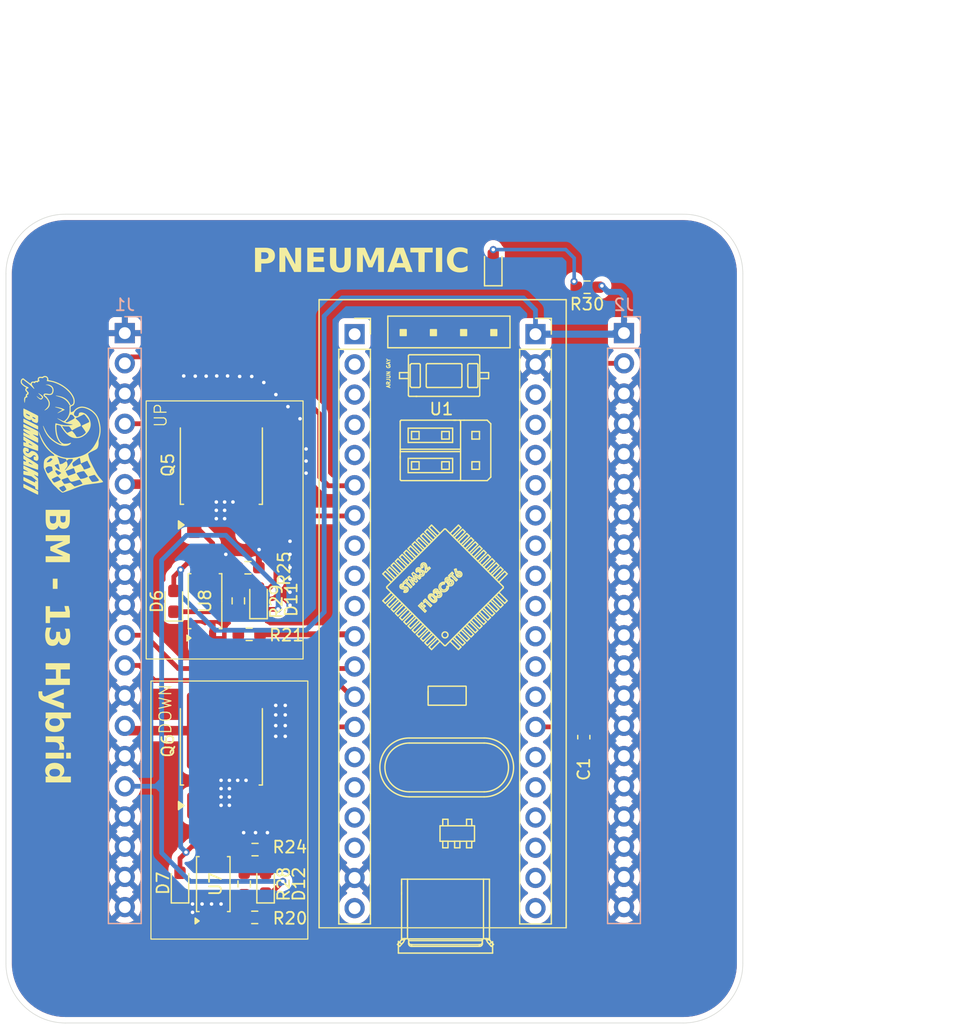
<source format=kicad_pcb>
(kicad_pcb (version 20241229) (generator "pcbnew") (generator_version "9.0")
  (layers (0 "F.Cu" signal) (2 "B.Cu" signal) (13 "F.Paste" user) (15 "B.Paste" user) (5 "F.SilkS" user "F.Silkscreen") (7 "B.SilkS" user "B.Silkscreen") (1 "F.Mask" user) (3 "B.Mask" user) (25 "Edge.Cuts" user))
  (net 0 "")
  (net 1 "Net-(D6-K)")
  (net 2 "Net-(D7-K)")
  (net 3 "+12V")
  (net 4 "/Pneumatic_UP")
  (net 5 "/Pneumatic_DOWN")
  (net 6 "Net-(D8-A)")
  (net 7 "Net-(Q5-G)")
  (net 8 "GND")
  (net 9 "Net-(Q6-G)")
  (net 10 "/DOWNSHIFT")
  (net 11 "Net-(R20-Pad2)")
  (net 12 "/UPSHIFT")
  (net 13 "Net-(R21-Pad2)")
  (net 14 "/TX")
  (net 15 "/UP")
  (net 16 "+5V")
  (net 17 "/Down")
  (net 18 "/RX")
  (net 48 "GPOS")
  (footprint "Resistor_SMD:R_0603_1608Metric_Pad0.98x0.95mm_HandSolder" (layer "F.Cu") (at 134.898163 65.139683 180)
    (property "Reference" "R30" (at 0 -1.43 0) (layer "F.SilkS"))
    (property "Value" "1K")
    (pad "1" smd roundrect (at -0.9125 0 180) (size 0.975 0.95) (layers "F.Cu" "F.Mask" "F.Paste") (net 16 "+5V"))
    (pad "2" smd roundrect (at 0.9125 0 180) (size 0.975 0.95) (layers "F.Cu" "F.Mask" "F.Paste") (net 6 "Net-(D8-A)"))
  )
  (footprint "Resistor_SMD:R_0603_1608Metric_Pad0.98x0.95mm_HandSolder" (layer "F.Cu") (at 106.9325 118.125 180)
    (property "Reference" "R20" (at -2.966965 -0.081249 0) (layer "F.SilkS"))
    (property "Value" "330")
    (pad "1" smd roundrect (at -0.9125 0 180) (size 0.975 0.95) (layers "F.Cu" "F.Mask" "F.Paste") (net 10 "/DOWNSHIFT"))
    (pad "2" smd roundrect (at 0.9125 0 180) (size 0.975 0.95) (layers "F.Cu" "F.Mask" "F.Paste") (net 11 "Net-(R20-Pad2)"))
  )
  (footprint "Capacitor_SMD:C_0603_1608Metric_Pad1.08x0.95mm_HandSolder" (layer "F.Cu") (at 134.62 102.9705 90)
    (property "Reference" "C1" (at -2.6935 0 90) (layer "F.SilkS"))
    (property "Value" "0.1uF")
    (pad "1" smd roundrect (at -0.8625 0 90) (size 1.075 0.95) (layers "F.Cu" "F.Mask" "F.Paste") (net 8 "GND"))
    (pad "2" smd roundrect (at 0.8625 0 90) (size 1.075 0.95) (layers "F.Cu" "F.Mask" "F.Paste") (net 48 "GPOS"))
  )
  (footprint "0_blackpill_f411ceu6:Blackpill PLT" (layer "F.Cu") (at 115.65 70.104)
    (property "Reference" "U1" (at 6.989961 5.282596 0) (layer "F.SilkS"))
    (property "Value" "~" (hide yes))
    (pad "1" thru_hole rect (at 14.906 -1.016) (size 1.7 1.7) (drill 1) (layers "*.Cu" "*.Mask") (net 16 "+5V"))
    (pad "2" thru_hole circle (at -0.314 47.244) (size 1.7 1.7) (drill 1) (layers "*.Cu" "*.Mask"))
    (pad "3" thru_hole circle (at -0.314 42.164) (size 1.7 1.7) (drill 1) (layers "*.Cu" "*.Mask"))
    (pad "4" thru_hole circle (at 14.906 4.064) (size 1.7 1.7) (drill 1) (layers "*.Cu" "*.Mask"))
    (pad "5" thru_hole rect (at -0.314 -1.016) (size 1.7 1.7) (drill 1) (layers "*.Cu" "*.Mask"))
    (pad "6" thru_hole circle (at -0.314 1.524) (size 1.7 1.7) (drill 1) (layers "*.Cu" "*.Mask"))
    (pad "7" thru_hole circle (at -0.314 4.064) (size 1.7 1.7) (drill 1) (layers "*.Cu" "*.Mask"))
    (pad "8" thru_hole circle (at -0.314 6.604) (size 1.7 1.7) (drill 1) (layers "*.Cu" "*.Mask"))
    (pad "9" thru_hole circle (at -0.314 9.144) (size 1.7 1.7) (drill 1) (layers "*.Cu" "*.Mask"))
    (pad "10" thru_hole circle (at -0.314 11.684) (size 1.7 1.7) (drill 1) (layers "*.Cu" "*.Mask") (net 14 "/TX"))
    (pad "11" thru_hole circle (at -0.314 14.224) (size 1.7 1.7) (drill 1) (layers "*.Cu" "*.Mask") (net 18 "/RX"))
    (pad "12" thru_hole circle (at -0.314 16.764) (size 1.7 1.7) (drill 1) (layers "*.Cu" "*.Mask"))
    (pad "13" thru_hole circle (at -0.314 19.304) (size 1.7 1.7) (drill 1) (layers "*.Cu" "*.Mask"))
    (pad "14" thru_hole circle (at -0.314 21.844) (size 1.7 1.7) (drill 1) (layers "*.Cu" "*.Mask"))
    (pad "15" thru_hole circle (at -0.314 24.384) (size 1.7 1.7) (drill 1) (layers "*.Cu" "*.Mask") (net 12 "/UPSHIFT"))
    (pad "16" thru_hole circle (at -0.314 26.924) (size 1.7 1.7) (drill 1) (layers "*.Cu" "*.Mask") (net 15 "/UP"))
    (pad "17" thru_hole circle (at -0.314 29.464) (size 1.7 1.7) (drill 1) (layers "*.Cu" "*.Mask") (net 17 "/Down"))
    (pad "18" thru_hole circle (at -0.314 32.004) (size 1.7 1.7) (drill 1) (layers "*.Cu" "*.Mask") (net 10 "/DOWNSHIFT"))
    (pad "19" thru_hole circle (at -0.314 34.544) (size 1.7 1.7) (drill 1) (layers "*.Cu" "*.Mask"))
    (pad "20" thru_hole circle (at -0.314 37.084) (size 1.7 1.7) (drill 1) (layers "*.Cu" "*.Mask"))
    (pad "21" thru_hole circle (at -0.314 39.624) (size 1.7 1.7) (drill 1) (layers "*.Cu" "*.Mask"))
    (pad "22" thru_hole circle (at 14.906 6.604) (size 1.7 1.7) (drill 1) (layers "*.Cu" "*.Mask"))
    (pad "23" thru_hole circle (at 14.906 9.144) (size 1.7 1.7) (drill 1) (layers "*.Cu" "*.Mask"))
    (pad "24" thru_hole circle (at 14.906 11.684) (size 1.7 1.7) (drill 1) (layers "*.Cu" "*.Mask"))
    (pad "25" thru_hole circle (at 14.906 14.224) (size 1.7 1.7) (drill 1) (layers "*.Cu" "*.Mask"))
    (pad "26" thru_hole circle (at 14.906 16.764) (size 1.7 1.7) (drill 1) (layers "*.Cu" "*.Mask"))
    (pad "27" thru_hole circle (at 14.906 19.304) (size 1.7 1.7) (drill 1) (layers "*.Cu" "*.Mask"))
    (pad "28" thru_hole circle (at 14.906 21.844) (size 1.7 1.7) (drill 1) (layers "*.Cu" "*.Mask"))
    (pad "29" thru_hole circle (at 14.906 24.384) (size 1.7 1.7) (drill 1) (layers "*.Cu" "*.Mask"))
    (pad "30" thru_hole circle (at 14.906 26.924) (size 1.7 1.7) (drill 1) (layers "*.Cu" "*.Mask"))
    (pad "31" thru_hole circle (at 14.906 29.464) (size 1.7 1.7) (drill 1) (layers "*.Cu" "*.Mask"))
    (pad "32" thru_hole circle (at 14.906 32.004) (size 1.7 1.7) (drill 1) (layers "*.Cu" "*.Mask") (net 48 "GPOS"))
    (pad "33" thru_hole circle (at 14.906 34.544) (size 1.7 1.7) (drill 1) (layers "*.Cu" "*.Mask"))
    (pad "34" thru_hole circle (at 14.906 37.084) (size 1.7 1.7) (drill 1) (layers "*.Cu" "*.Mask"))
    (pad "35" thru_hole circle (at 14.906 39.624) (size 1.7 1.7) (drill 1) (layers "*.Cu" "*.Mask"))
    (pad "36" thru_hole circle (at 14.906 42.164) (size 1.7 1.7) (drill 1) (layers "*.Cu" "*.Mask"))
    (pad "37" thru_hole circle (at 14.906 44.704) (size 1.7 1.7) (drill 1) (layers "*.Cu" "*.Mask"))
    (pad "38" thru_hole circle (at 14.906 47.244) (size 1.7 1.7) (drill 1) (layers "*.Cu" "*.Mask"))
    (pad "39" thru_hole circle (at -0.314 44.704) (size 1.7 1.7) (drill 1) (layers "*.Cu" "*.Mask") (net 8 "GND"))
    (pad "40" thru_hole circle (at 14.906 1.524) (size 1.7 1.7) (drill 1) (layers "*.Cu" "*.Mask") (net 8 "GND"))
  )
  (footprint "Package_SO:SOP-4_4.4x2.6mm_P1.27mm" (layer "F.Cu") (at 103.445 115.325 90)
    (property "Reference" "U7" (at 0 0.187 90) (layer "F.SilkS"))
    (property "Value" "TCMT1103")
    (pad "1" smd roundrect (at -3.1875 -0.635 90) (size 1.625 0.6) (layers "F.Cu" "F.Mask" "F.Paste") (net 11 "Net-(R20-Pad2)"))
    (pad "2" smd roundrect (at -3.1875 0.635 90) (size 1.625 0.6) (layers "F.Cu" "F.Mask" "F.Paste") (net 8 "GND"))
    (pad "3" smd roundrect (at 3.1875 0.635 90) (size 1.625 0.6) (layers "F.Cu" "F.Mask" "F.Paste") (net 9 "Net-(Q6-G)"))
    (pad "4" smd roundrect (at 3.1875 -0.635 90) (size 1.625 0.6) (layers "F.Cu" "F.Mask" "F.Paste") (net 16 "+5V"))
  )
  (footprint "Package_TO_SOT_SMD:TO-252-2" (layer "F.Cu") (at 104.125 80.085 90)
    (property "Reference" "Q5" (at 0 -4.5 90) (layer "F.SilkS"))
    (property "Value" "DMTH6004SK3")
    (pad "1" smd roundrect (at -5.04 -2.28 90) (size 2.2 1.2) (layers "F.Cu" "F.Mask" "F.Paste") (roundrect_rratio 0.208333) (net 7 "Net-(Q5-G)"))
    (pad "2" smd roundrect (at 1.26 0 90) (size 6.4 5.8) (layers "F.Cu" "F.Mask") (roundrect_rratio 0.043103) (net 4 "/Pneumatic_UP"))
    (pad "3" smd roundrect (at -5.04 2.28 90) (size 2.2 1.2) (layers "F.Cu" "F.Mask" "F.Paste") (roundrect_rratio 0.208333) (net 8 "GND"))
  )
  (footprint "Bimasakti:aaaaaaaa" (layer "F.Cu") (at 90.7 77.6 -90)
    (property "Reference" "G***" (hide yes))
    (property "Value" "LOGO" (hide yes))
  )
  (footprint "Diode_SMD:D_0603_1608Metric_Pad1.05x0.95mm_HandSolder" (layer "F.Cu") (at 107.845 115.25 90)
    (property "Reference" "D12" (at -0.075 2.8 90) (layer "F.SilkS"))
    (property "Value" "D")
    (pad "1" smd roundrect (at -0.875 0 90) (size 1.05 0.95) (layers "F.Cu" "F.Mask" "F.Paste") (net 3 "+12V"))
    (pad "2" smd roundrect (at 0.875 0 90) (size 1.05 0.95) (layers "F.Cu" "F.Mask" "F.Paste") (net 5 "/Pneumatic_DOWN"))
  )
  (footprint "Diode_SMD:D_0603_1608Metric_Pad1.05x0.95mm_HandSolder" (layer "F.Cu") (at 107.2525 91.35 90)
    (property "Reference" "D11" (at -0.05 2.7475 90) (layer "F.SilkS"))
    (property "Value" "D")
    (pad "1" smd roundrect (at -0.875 0 90) (size 1.05 0.95) (layers "F.Cu" "F.Mask" "F.Paste") (net 3 "+12V"))
    (pad "2" smd roundrect (at 0.875 0 90) (size 1.05 0.95) (layers "F.Cu" "F.Mask" "F.Paste") (net 4 "/Pneumatic_UP"))
  )
  (footprint "Resistor_SMD:R_0603_1608Metric_Pad0.98x0.95mm_HandSolder" (layer "F.Cu") (at 106.045 115.3125 90)
    (property "Reference" "R28" (at -0.012352 3.320457 90) (layer "F.SilkS"))
    (property "Value" "1K")
    (pad "1" smd roundrect (at -0.9125 0 90) (size 0.975 0.95) (layers "F.Cu" "F.Mask" "F.Paste") (net 2 "Net-(D7-K)"))
    (pad "2" smd roundrect (at 0.9125 0 90) (size 0.975 0.95) (layers "F.Cu" "F.Mask" "F.Paste") (net 5 "/Pneumatic_DOWN"))
  )
  (footprint "Package_TO_SOT_SMD:TO-252-2" (layer "F.Cu") (at 104.125 103.685 90)
    (property "Reference" "Q6" (at 0 -4.5 90) (layer "F.SilkS"))
    (property "Value" "DMTH6004SK3")
    (pad "1" smd roundrect (at -5.04 -2.28 90) (size 2.2 1.2) (layers "F.Cu" "F.Mask" "F.Paste") (roundrect_rratio 0.208333) (net 9 "Net-(Q6-G)"))
    (pad "2" smd roundrect (at 1.26 0 90) (size 6.4 5.8) (layers "F.Cu" "F.Mask") (roundrect_rratio 0.043103) (net 5 "/Pneumatic_DOWN"))
    (pad "3" smd roundrect (at -5.04 2.28 90) (size 2.2 1.2) (layers "F.Cu" "F.Mask" "F.Paste") (roundrect_rratio 0.208333) (net 8 "GND"))
  )
  (footprint "LED_SMD:LED_0603_1608Metric_Pad1.05x0.95mm_HandSolder" (layer "F.Cu") (at 100.645 115.25 90)
    (property "Reference" "D7" (at 0 -1.43 90) (layer "F.SilkS"))
    (property "Value" "LED")
    (pad "1" smd roundrect (at -0.875 0 90) (size 1.05 0.95) (layers "F.Cu" "F.Mask" "F.Paste") (net 2 "Net-(D7-K)"))
    (pad "2" smd roundrect (at 0.875 0 90) (size 1.05 0.95) (layers "F.Cu" "F.Mask" "F.Paste") (net 16 "+5V"))
  )
  (footprint "Resistor_SMD:R_0603_1608Metric_Pad0.98x0.95mm_HandSolder" (layer "F.Cu") (at 106.365 88.725 180)
    (property "Reference" "R25" (at -3.035 -0.075 90) (layer "F.SilkS"))
    (property "Value" "10K")
    (pad "1" smd roundrect (at -0.9125 0 180) (size 0.975 0.95) (layers "F.Cu" "F.Mask" "F.Paste") (net 8 "GND"))
    (pad "2" smd roundrect (at 0.9125 0 180) (size 0.975 0.95) (layers "F.Cu" "F.Mask" "F.Paste") (net 7 "Net-(Q5-G)"))
  )
  (footprint "Package_SO:SOP-4_4.4x2.6mm_P1.27mm" (layer "F.Cu") (at 102.7525 91.5375 90)
    (property "Reference" "U8" (at 0 0 90) (layer "F.SilkS"))
    (property "Value" "TCMT1103")
    (pad "1" smd roundrect (at -3.1875 -0.635 90) (size 1.625 0.6) (layers "F.Cu" "F.Mask" "F.Paste") (net 13 "Net-(R21-Pad2)"))
    (pad "2" smd roundrect (at -3.1875 0.635 90) (size 1.625 0.6) (layers "F.Cu" "F.Mask" "F.Paste") (net 8 "GND"))
    (pad "3" smd roundrect (at 3.1875 0.635 90) (size 1.625 0.6) (layers "F.Cu" "F.Mask" "F.Paste") (net 7 "Net-(Q5-G)"))
    (pad "4" smd roundrect (at 3.1875 -0.635 90) (size 1.625 0.6) (layers "F.Cu" "F.Mask" "F.Paste") (net 16 "+5V"))
  )
  (footprint "Resistor_SMD:R_0603_1608Metric_Pad0.98x0.95mm_HandSolder" (layer "F.Cu") (at 105.5525 91.5125 90)
    (property "Reference" "R29" (at -0.060878 3.199507 90) (layer "F.SilkS"))
    (property "Value" "1K")
    (pad "1" smd roundrect (at -0.9125 0 90) (size 0.975 0.95) (layers "F.Cu" "F.Mask" "F.Paste") (net 1 "Net-(D6-K)"))
    (pad "2" smd roundrect (at 0.9125 0 90) (size 0.975 0.95) (layers "F.Cu" "F.Mask" "F.Paste") (net 4 "/Pneumatic_UP"))
  )
  (footprint "Resistor_SMD:R_0603_1608Metric_Pad0.98x0.95mm_HandSolder" (layer "F.Cu") (at 106.9575 112.425 180)
    (property "Reference" "R24" (at -2.927328 0.206386 0) (layer "F.SilkS"))
    (property "Value" "10K")
    (pad "1" smd roundrect (at -0.9125 0 180) (size 0.975 0.95) (layers "F.Cu" "F.Mask" "F.Paste") (net 8 "GND"))
    (pad "2" smd roundrect (at 0.9125 0 180) (size 0.975 0.95) (layers "F.Cu" "F.Mask" "F.Paste") (net 9 "Net-(Q6-G)"))
  )
  (footprint "Resistor_SMD:R_0603_1608Metric_Pad0.98x0.95mm_HandSolder" (layer "F.Cu") (at 106.465 94.325 180)
    (property "Reference" "R21" (at -3.135 -0.075 0) (layer "F.SilkS"))
    (property "Value" "330")
    (pad "1" smd roundrect (at -0.9125 0 180) (size 0.975 0.95) (layers "F.Cu" "F.Mask" "F.Paste") (net 12 "/UPSHIFT"))
    (pad "2" smd roundrect (at 0.9125 0 180) (size 0.975 0.95) (layers "F.Cu" "F.Mask" "F.Paste") (net 13 "Net-(R21-Pad2)"))
  )
  (footprint "LED_SMD:LED_0603_1608Metric_Pad1.05x0.95mm_HandSolder" (layer "F.Cu") (at 100.125 91.55 90)
    (property "Reference" "D6" (at 0 -1.43 90) (layer "F.SilkS"))
    (property "Value" "LED")
    (pad "1" smd roundrect (at -0.875 0 90) (size 1.05 0.95) (layers "F.Cu" "F.Mask" "F.Paste") (net 1 "Net-(D6-K)"))
    (pad "2" smd roundrect (at 0.875 0 90) (size 1.05 0.95) (layers "F.Cu" "F.Mask" "F.Paste") (net 16 "+5V"))
  )
  (footprint "LED_SMD:LED_0603_1608Metric_Pad1.05x0.95mm_HandSolder" (layer "F.Cu") (at 127 63.359 90)
    (property "Reference" "D8" (hide yes))
    (property "Value" "LED")
    (pad "1" smd roundrect (at -0.875 0 90) (size 1.05 0.95) (layers "F.Cu" "F.Mask" "F.Paste") (net 8 "GND"))
    (pad "2" smd roundrect (at 0.875 0 90) (size 1.05 0.95) (layers "F.Cu" "F.Mask" "F.Paste") (net 6 "Net-(D8-A)"))
  )
  (footprint "Connector_PinHeader_2.54mm:PinHeader_1x20_P2.54mm_Vertical" (layer "B.Cu") (at 138 69 180)
    (property "Reference" "J2" (at 0 2.38 0) (layer "B.SilkS") (effects (justify mirror)))
    (property "Value" "Conn_01x20_Pin")
    (pad "1" thru_hole rect (at 0 0 180) (size 1.7 1.7) (drill 1) (layers "*.Cu" "*.Mask") (net 16 "+5V"))
    (pad "2" thru_hole circle (at 0 -2.54 180) (size 1.7 1.7) (drill 1) (layers "*.Cu" "*.Mask") (net 48 "GPOS"))
    (pad "3" thru_hole circle (at 0 -5.08 180) (size 1.7 1.7) (drill 1) (layers "*.Cu" "*.Mask") (net 8 "GND"))
    (pad "4" thru_hole circle (at 0 -7.62 180) (size 1.7 1.7) (drill 1) (layers "*.Cu" "*.Mask") (net 8 "GND"))
    (pad "5" thru_hole circle (at 0 -10.16 180) (size 1.7 1.7) (drill 1) (layers "*.Cu" "*.Mask") (net 8 "GND"))
    (pad "6" thru_hole circle (at 0 -12.7 180) (size 1.7 1.7) (drill 1) (layers "*.Cu" "*.Mask") (net 8 "GND"))
    (pad "7" thru_hole circle (at 0 -15.24 180) (size 1.7 1.7) (drill 1) (layers "*.Cu" "*.Mask") (net 8 "GND"))
    (pad "8" thru_hole circle (at 0 -17.78 180) (size 1.7 1.7) (drill 1) (layers "*.Cu" "*.Mask") (net 8 "GND"))
    (pad "9" thru_hole circle (at 0 -20.32 180) (size 1.7 1.7) (drill 1) (layers "*.Cu" "*.Mask") (net 8 "GND"))
    (pad "10" thru_hole circle (at 0 -22.86 180) (size 1.7 1.7) (drill 1) (layers "*.Cu" "*.Mask") (net 8 "GND"))
    (pad "11" thru_hole circle (at 0 -25.4 180) (size 1.7 1.7) (drill 1) (layers "*.Cu" "*.Mask") (net 8 "GND"))
    (pad "12" thru_hole circle (at 0 -27.94 180) (size 1.7 1.7) (drill 1) (layers "*.Cu" "*.Mask") (net 8 "GND"))
    (pad "13" thru_hole circle (at 0 -30.48 180) (size 1.7 1.7) (drill 1) (layers "*.Cu" "*.Mask") (net 8 "GND"))
    (pad "14" thru_hole circle (at 0 -33.02 180) (size 1.7 1.7) (drill 1) (layers "*.Cu" "*.Mask") (net 8 "GND"))
    (pad "15" thru_hole circle (at 0 -35.56 180) (size 1.7 1.7) (drill 1) (layers "*.Cu" "*.Mask") (net 8 "GND"))
    (pad "16" thru_hole circle (at 0 -38.1 180) (size 1.7 1.7) (drill 1) (layers "*.Cu" "*.Mask") (net 8 "GND"))
    (pad "17" thru_hole circle (at 0 -40.64 180) (size 1.7 1.7) (drill 1) (layers "*.Cu" "*.Mask") (net 8 "GND"))
    (pad "18" thru_hole circle (at 0 -43.18 180) (size 1.7 1.7) (drill 1) (layers "*.Cu" "*.Mask") (net 8 "GND"))
    (pad "19" thru_hole circle (at 0 -45.72 180) (size 1.7 1.7) (drill 1) (layers "*.Cu" "*.Mask") (net 8 "GND"))
    (pad "20" thru_hole circle (at 0 -48.26 180) (size 1.7 1.7) (drill 1) (layers "*.Cu" "*.Mask") (net 8 "GND"))
  )
  (footprint "Connector_PinHeader_2.54mm:PinHeader_1x20_P2.54mm_Vertical" (layer "B.Cu") (at 96 69 180)
    (property "Reference" "J1" (at 0 2.38 0) (layer "B.SilkS") (effects (justify mirror)))
    (property "Value" "Conn_01x20_Pin")
    (pad "1" thru_hole rect (at 0 0 180) (size 1.7 1.7) (drill 1) (layers "*.Cu" "*.Mask") (net 8 "GND"))
    (pad "2" thru_hole circle (at 0 -2.54 180) (size 1.7 1.7) (drill 1) (layers "*.Cu" "*.Mask") (net 14 "/TX"))
    (pad "3" thru_hole circle (at 0 -5.08 180) (size 1.7 1.7) (drill 1) (layers "*.Cu" "*.Mask") (net 8 "GND"))
    (pad "4" thru_hole circle (at 0 -7.62 180) (size 1.7 1.7) (drill 1) (layers "*.Cu" "*.Mask") (net 18 "/RX"))
    (pad "5" thru_hole circle (at 0 -10.16 180) (size 1.7 1.7) (drill 1) (layers "*.Cu" "*.Mask") (net 8 "GND"))
    (pad "6" thru_hole circle (at 0 -12.7 180) (size 1.7 1.7) (drill 1) (layers "*.Cu" "*.Mask") (net 4 "/Pneumatic_UP"))
    (pad "7" thru_hole circle (at 0 -15.24 180) (size 1.7 1.7) (drill 1) (layers "*.Cu" "*.Mask") (net 8 "GND"))
    (pad "8" thru_hole circle (at 0 -17.78 180) (size 1.7 1.7) (drill 1) (layers "*.Cu" "*.Mask") (net 8 "GND"))
    (pad "9" thru_hole circle (at 0 -20.32 180) (size 1.7 1.7) (drill 1) (layers "*.Cu" "*.Mask") (net 8 "GND"))
    (pad "10" thru_hole circle (at 0 -22.86 180) (size 1.7 1.7) (drill 1) (layers "*.Cu" "*.Mask") (net 8 "GND"))
    (pad "11" thru_hole circle (at 0 -25.4 180) (size 1.7 1.7) (drill 1) (layers "*.Cu" "*.Mask") (net 15 "/UP"))
    (pad "12" thru_hole circle (at 0 -27.94 180) (size 1.7 1.7) (drill 1) (layers "*.Cu" "*.Mask") (net 17 "/Down"))
    (pad "13" thru_hole circle (at 0 -30.48 180) (size 1.7 1.7) (drill 1) (layers "*.Cu" "*.Mask") (net 8 "GND"))
    (pad "14" thru_hole circle (at 0 -33.02 180) (size 1.7 1.7) (drill 1) (layers "*.Cu" "*.Mask") (net 5 "/Pneumatic_DOWN"))
    (pad "15" thru_hole circle (at 0 -35.56 180) (size 1.7 1.7) (drill 1) (layers "*.Cu" "*.Mask") (net 8 "GND"))
    (pad "16" thru_hole circle (at 0 -38.1 180) (size 1.7 1.7) (drill 1) (layers "*.Cu" "*.Mask") (net 3 "+12V"))
    (pad "17" thru_hole circle (at 0 -40.64 180) (size 1.7 1.7) (drill 1) (layers "*.Cu" "*.Mask") (net 8 "GND"))
    (pad "18" thru_hole circle (at 0 -43.18 180) (size 1.7 1.7) (drill 1) (layers "*.Cu" "*.Mask") (net 8 "GND"))
    (pad "19" thru_hole circle (at 0 -45.72 180) (size 1.7 1.7) (drill 1) (layers "*.Cu" "*.Mask") (net 8 "GND"))
    (pad "20" thru_hole circle (at 0 -48.26 180) (size 1.7 1.7) (drill 1) (layers "*.Cu" "*.Mask") (net 8 "GND"))
  )
  (gr_rect (start 97.8 74.7) (end 111 96.4) (stroke (width 0.1)) (fill no) (layer "F.SilkS"))
  (gr_rect (start 98.2 98.25) (end 111.4 119.95) (stroke (width 0.1)) (fill no) (layer "F.SilkS"))
  (gr_line (start 91 127) (end 143 127) (stroke (width 0.05)) (layer "Edge.Cuts"))
  (gr_line (start 86 64) (end 86 122) (stroke (width 0.05)) (layer "Edge.Cuts"))
  (gr_arc (start 143 59) (mid 146.535534 60.464466) (end 148 64) (stroke (width 0.05)) (layer "Edge.Cuts"))
  (gr_arc (start 86 64) (mid 87.464466 60.464466) (end 91 59) (stroke (width 0.05)) (layer "Edge.Cuts"))
  (gr_arc (start 91 127) (mid 87.464466 125.535534) (end 86 122) (stroke (width 0.05)) (layer "Edge.Cuts"))
  (gr_line (start 143 59) (end 91 59) (stroke (width 0.05)) (layer "Edge.Cuts"))
  (gr_arc (start 148 122) (mid 146.535534 125.535534) (end 143 127) (stroke (width 0.05)) (layer "Edge.Cuts"))
  (gr_line (start 148 64) (end 148 122) (stroke (width 0.05)) (layer "Edge.Cuts"))
  (gr_text "DOWN" (at 100 102.8 90) (layer "F.SilkS") (effects (font (size 1 1) (thickness 0.1)) (justify left bottom)))
  (gr_text "UP" (at 99.6 77 90) (layer "F.SilkS") (effects (font (size 1 1) (thickness 0.1)) (justify left bottom)))
  (gr_text "PNEUMATIC" (at 106.7 64.2 0) (layer "F.SilkS") (effects (font (size 2 2) (thickness 0.4) (bold yes) (italic yes)) (justify left bottom)))
  (gr_text "BM - 13 Hybrid" (at 89 83.6 270) (layer "F.SilkS") (effects (font (size 2 2) (thickness 0.4) (bold yes) (italic yes)) (justify left bottom)))
  (gr_text "ARJUN GAY" (at 118.364 73.66 90) (layer "F.SilkS") (effects (font (size 0.3 0.3) (thickness 0.075) (bold yes)) (justify left bottom)))
  (segment (start 105.5525 92.425) (end 100.125 92.425) (width 0.4) (layer "F.Cu") (net 1))
  (segment (start 105.945 116.125) (end 106.045 116.225) (width 0.4) (layer "F.Cu") (net 2))
  (segment (start 100.645 116.125) (end 105.945 116.125) (width 0.4) (layer "F.Cu") (net 2))
  (segment (start 108.875 92.225) (end 108.9 92.2) (width 0.4) (layer "F.Cu") (net 3))
  (segment (start 108.275 116.125) (end 109.3 115.1) (width 0.4) (layer "F.Cu") (net 3))
  (segment (start 107.845 116.125) (end 108.275 116.125) (width 0.4) (layer "F.Cu") (net 3))
  (segment (start 107.2525 92.225) (end 108.875 92.225) (width 0.4) (layer "F.Cu") (net 3))
  (via (at 109.3 115.1) (size 0.6) (drill 0.3) (layers "F.Cu" "B.Cu") (net 3))
  (via (at 108.9 92.2) (size 0.6) (drill 0.3) (layers "F.Cu" "B.Cu") (net 3))
  (segment (start 99.1 107.5) (end 99.1 112.7) (width 0.4) (layer "B.Cu") (net 3))
  (segment (start 99.1 88.1) (end 101.2 86) (width 0.4) (layer "B.Cu") (net 3))
  (segment (start 99.1 107.1) (end 99.1 106.6) (width 0.4) (layer "B.Cu") (net 3))
  (segment (start 96 107.1) (end 98.6 107.1) (width 0.4) (layer "B.Cu") (net 3))
  (segment (start 98.6 107.1) (end 98.7 107.1) (width 0.4) (layer "B.Cu") (net 3))
  (segment (start 99.1 107.1) (end 99.1 107.5) (width 0.4) (layer "B.Cu") (net 3))
  (segment (start 99.1 106.6) (end 99.1 88.1) (width 0.4) (layer "B.Cu") (net 3))
  (segment (start 98.7 107.1) (end 99.1 107.5) (width 0.4) (layer "B.Cu") (net 3))
  (segment (start 101.5 115.1) (end 109.3 115.1) (width 0.4) (layer "B.Cu") (net 3))
  (segment (start 108.9 90.4) (end 108.9 92.2) (width 0.4) (layer "B.Cu") (net 3))
  (segment (start 98.6 107.1) (end 99.1 106.6) (width 0.4) (layer "B.Cu") (net 3))
  (segment (start 99.1 112.7) (end 101.5 115.1) (width 0.4) (layer "B.Cu") (net 3))
  (segment (start 104.5 86) (end 108.9 90.4) (width 0.4) (layer "B.Cu") (net 3))
  (segment (start 109.1 115.3) (end 109.3 115.1) (width 0.4) (layer "B.Cu") (net 3))
  (segment (start 101.2 86) (end 104.5 86) (width 0.4) (layer "B.Cu") (net 3))
  (segment (start 98.6 107.1) (end 99.1 107.1) (width 0.4) (layer "B.Cu") (net 3))
  (segment (start 104.125 78.825) (end 100.975 78.825) (width 0.8) (layer "F.Cu") (net 4))
  (segment (start 100.975 78.825) (end 98.1 81.7) (width 0.8) (layer "F.Cu") (net 4))
  (segment (start 107.2525 90.475) (end 108.125 90.475) (width 0.4) (layer "F.Cu") (net 4))
  (segment (start 108.712 83.412) (end 104.125 78.825) (width 0.4) (layer "F.Cu") (net 4))
  (segment (start 108.712 89.888) (end 108.712 83.412) (width 0.4) (layer "F.Cu") (net 4))
  (segment (start 98.1 81.7) (end 96 81.7) (width 0.8) (layer "F.Cu") (net 4))
  (segment (start 105.5525 90.6) (end 107.1275 90.6) (width 0.4) (layer "F.Cu") (net 4))
  (segment (start 108.125 90.475) (end 108.712 89.888) (width 0.4) (layer "F.Cu") (net 4))
  (segment (start 107.1275 90.6) (end 107.2525 90.475) (width 0.4) (layer "F.Cu") (net 4))
  (segment (start 104.125 102.425) (end 96.405 102.425) (width 0.8) (layer "F.Cu") (net 5))
  (segment (start 107.845 114.375) (end 108.325 114.375) (width 0.4) (layer "F.Cu") (net 5))
  (segment (start 96.405 102.425) (end 96 102.02) (width 0.8) (layer "F.Cu") (net 5))
  (segment (start 109.2 113.5) (end 109.2 107.5) (width 0.4) (layer "F.Cu") (net 5))
  (segment (start 108.325 114.375) (end 109.2 113.5) (width 0.4) (layer "F.Cu") (net 5))
  (segment (start 107.82 114.4) (end 107.845 114.375) (width 0.4) (layer "F.Cu") (net 5))
  (segment (start 109.2 107.5) (end 104.125 102.425) (width 0.4) (layer "F.Cu") (net 5))
  (segment (start 106.045 114.4) (end 107.82 114.4) (width 0.4) (layer "F.Cu") (net 5))
  (segment (start 127 61.976) (end 127 62.484) (width 0.3) (layer "F.Cu") (net 6))
  (via (at 127 61.976) (size 0.6) (drill 0.3) (layers "F.Cu" "B.Cu") (net 6))
  (via (at 133.801972 64.655915) (size 0.6) (drill 0.3) (layers "F.Cu" "B.Cu") (net 6))
  (segment (start 133.811 64.646887) (end 133.811 62.691) (width 0.3) (layer "B.Cu") (net 6))
  (segment (start 133.811 62.691) (end 133.096 61.976) (width 0.3) (layer "B.Cu") (net 6))
  (segment (start 133.096 61.976) (end 127 61.976) (width 0.3) (layer "B.Cu") (net 6))
  (segment (start 133.801972 64.655915) (end 133.811 64.646887) (width 0.3) (layer "B.Cu") (net 6))
  (segment (start 105.4525 88.725) (end 103.7625 88.725) (width 0.4) (layer "F.Cu") (net 7))
  (segment (start 103.3875 86.6675) (end 103.3875 88.35) (width 0.4) (layer "F.Cu") (net 7))
  (segment (start 103.7625 88.725) (end 103.3875 88.35) (width 0.4) (layer "F.Cu") (net 7))
  (segment (start 101.845 85.125) (end 103.3875 86.6675) (width 0.4) (layer "F.Cu") (net 7))
  (segment (start 107.87 112.425) (end 107.87 111.13) (width 0.5) (layer "F.Cu") (net 8))
  (segment (start 107.87 111.13) (end 108 111) (width 0.5) (layer "F.Cu") (net 8))
  (segment (start 96.24 79.4) (end 96 79.16) (width 0.4) (layer "F.Cu") (net 8))
  (segment (start 107.2775 87.2225) (end 107.3 87.2) (width 0.5) (layer "F.Cu") (net 8))
  (segment (start 107.2775 88.725) (end 107.2775 87.2225) (width 0.5) (layer "F.Cu") (net 8))
  (segment (start 104.08 117.02) (end 104.1 117) (width 0.5) (layer "F.Cu") (net 8))
  (segment (start 104.08 118.5125) (end 104.08 117.02) (width 0.5) (layer "F.Cu") (net 8))
  (via (at 109.5 102.9) (size 0.6) (drill 0.3) (layers "F.Cu" "B.Cu") (net 8))
  (via (at 107 111) (size 0.6) (drill 0.3) (layers "F.Cu" "B.Cu") (net 8))
  (via (at 109.5 102) (size 0.6) (drill 0.3) (layers "F.Cu" "B.Cu") (net 8))
  (via (at 105.664 72.644) (size 0.6) (drill 0.3) (layers "F.Cu" "B.Cu") (net 8))
  (via (at 102.847581 72.618292) (size 0.6) (drill 0.3) (layers "F.Cu" "B.Cu") (net 8))
  (via (at 101.927442 72.618292) (size 0.6) (drill 0.3) (layers "F.Cu" "B.Cu") (net 8))
  (via (at 104.4 83.2) (size 0.6) (drill 0.3) (layers "F.Cu" "B.Cu") (net 8))
  (via (at 102.5 117) (size 0.6) (drill 0.3) (layers "F.Cu" "B.Cu") (net 8))
  (via (at 109.89501 89.677348) (size 0.6) (drill 0.3) (layers "F.Cu" "B.Cu") (net 8))
  (via (at 104.1 106.6) (size 0.6) (drill 0.3) (layers "F.Cu" "B.Cu") (net 8))
  (via (at 109.89501 91.877348) (size 0.6) (drill 0.3) (layers "F.Cu" "B.Cu") (net 8))
  (via (at 103.735434 72.602149) (size 0.6) (drill 0.3) (layers "F.Cu" "B.Cu") (net 8))
  (via (at 111.252 78.74) (size 0.6) (drill 0.3) (layers "F.Cu" "B.Cu") (net 8))
  (via (at 109.89501 90.777348) (size 0.6) (drill 0.3) (layers "F.Cu" "B.Cu") (net 8))
  (via (at 104.1 117) (size 0.6) (drill 0.3) (layers "F.Cu" "B.Cu") (net 8))
  (via (at 107.696 73.152) (size 0.6) (drill 0.3) (layers "F.Cu" "B.Cu") (net 8))
  (via (at 104.648 72.6) (size 0.6) (drill 0.3) (layers "F.Cu" "B.Cu") (net 8))
  (via (at 111.252 80.772) (size 0.6) (drill 0.3) (layers "F.Cu" "B.Cu") (net 8))
  (via (at 104.1 107.3) (size 0.6) (drill 0.3) (layers "F.Cu" "B.Cu") (net 8))
  (via (at 111.252 79.756) (size 0.6) (drill 0.3) (layers "F.Cu" "B.Cu") (net 8))
  (via (at 100.958875 72.602149) (size 0.6) (drill 0.3) (layers "F.Cu" "B.Cu") (net 8))
  (via (at 104.1 108) (size 0.6) (drill 0.3) (layers "F.Cu" "B.Cu") (net 8))
  (via (at 104.8 107.3) (size 0.6) (drill 0.3) (layers "F.Cu" "B.Cu") (net 8))
  (via (at 104.5 87.6) (size 0.6) (drill 0.3) (layers "F.Cu" "B.Cu") (net 8))
  (via (at 104.8 108) (size 0.6) (drill 0.3) (layers "F.Cu" "B.Cu") (net 8))
  (via (at 103.7 84.6) (size 0.6) (drill 0.3) (layers "F.Cu" "B.Cu") (net 8))
  (via (at 109.9 87.6) (size 0.6) (drill 0.3) (layers "F.Cu" "B.Cu") (net 8))
  (via (at 104.4 84.6) (size 0.6) (drill 0.3) (layers "F.Cu" "B.Cu") (net 8))
  (via (at 103.3 117) (size 0.6) (drill 0.3) (layers "F.Cu" "B.Cu") (net 8))
  (via (at 106 111) (size 0.6) (drill 0.3) (layers "F.Cu" "B.Cu") (net 8))
  (via (at 104.1 108.7) (size 0.6) (drill 0.3) (layers "F.Cu" "B.Cu") (net 8))
  (via (at 109.5 101.1) (size 0.6) (drill 0.3) (layers "F.Cu" "B.Cu") (net 8))
  (via (at 105.1 83.2) (size 0.6) (drill 0.3) (layers "F.Cu" "B.Cu") (net 8))
  (via (at 109.9 86.5) (size 0.6) (drill 0.3) (layers "F.Cu" "B.Cu") (net 8))
  (via (at 108.7 102.9) (size 0.6) (drill 0.3) (layers "F.Cu" "B.Cu") (net 8))
  (via (at 104.8 106.6) (size 0.6) (drill 0.3) (layers "F.Cu" "B.Cu") (net 8))
  (via (at 106.2 106.6) (size 0.6) (drill 0.3) (layers "F.Cu" "B.Cu") (net 8))
  (via (at 104.8 108.7) (size 0.6) (drill 0.3) (layers "F.Cu" "B.Cu") (net 8))
  (via (at 107.3 87.2) (size 0.6) (drill 0.3) (layers "F.Cu" "B.Cu") (net 8))
  (via (at 104.4 83.9) (size 0.6) (drill 0.3) (layers "F.Cu" "B.Cu") (net 8))
  (via (at 108 111) (size 0.6) (drill 0.3) (layers "F.Cu" "B.Cu") (net 8))
  (via (at 105.5 106.6) (size 0.6) (drill 0.3) (layers "F.Cu" "B.Cu") (net 8))
  (via (at 108.7 102) (size 0.6) (drill 0.3) (layers "F.Cu" "B.Cu") (net 8))
  (via (at 103.7 83.2) (size 0.6) (drill 0.3) (layers "F.Cu" "B.Cu") (net 8))
  (via (at 109.728 75.184) (size 0.6) (drill 0.3) (layers "F.Cu" "B.Cu") (net 8))
  (via (at 101.7 117.7) (size 0.6) (drill 0.3) (layers "F.Cu" "B.Cu") (net 8))
  (via (at 101.7 117) (size 0.6) (drill 0.3) (layers "F.Cu" "B.Cu") (net 8))
  (via (at 108.7 100.3) (size 0.6) (drill 0.3) (layers "F.Cu" "B.Cu") (net 8))
  (via (at 109.9 88.7) (size 0.6) (drill 0.3) (layers "F.Cu" "B.Cu") (net 8))
  (via (at 108.7 101.1) (size 0.6) (drill 0.3) (layers "F.Cu" "B.Cu") (net 8))
  (via (at 103.7 83.9) (size 0.6) (drill 0.3) (layers "F.Cu" "B.Cu") (net 8))
  (via (at 106.68 72.644) (size 0.6) (drill 0.3) (layers "F.Cu" "B.Cu") (net 8))
  (via (at 108.712 74.168) (size 0.6) (drill 0.3) (layers "F.Cu" "B.Cu") (net 8))
  (via (at 109.5 100.3) (size 0.6) (drill 0.3) (layers "F.Cu" "B.Cu") (net 8))
  (via (at 110.744 76.2) (size 0.6) (drill 0.3) (layers "F.Cu" "B.Cu") (net 8))
  (segment (start 106.045 112.425) (end 104.3675 112.425) (width 0.4) (layer "F.Cu") (net 9))
  (segment (start 104.08 110.96) (end 104.08 112.1375) (width 0.4) (layer "F.Cu") (net 9))
  (segment (start 104.3675 112.425) (end 104.08 112.1375) (width 0.4) (layer "F.Cu") (net 9))
  (segment (start 101.845 108.725) (end 104.08 110.96) (width 0.4) (layer "F.Cu") (net 9))
  (segment (start 109.459 118.125) (end 110.744 116.84) (width 0.4) (layer "F.Cu") (net 10))
  (segment (start 110.744 116.84) (end 110.744 103.632) (width 0.4) (layer "F.Cu") (net 10))
  (segment (start 110.744 103.632) (end 112.268 102.108) (width 0.4) (layer "F.Cu") (net 10))
  (segment (start 112.268 102.108) (end 115.336 102.108) (width 0.4) (layer "F.Cu") (net 10))
  (segment (start 107.845 118.125) (end 109.459 118.125) (width 0.4) (layer "F.Cu") (net 10))
  (segment (start 102.81 119.91) (end 103.4 120.5) (width 0.4) (layer "F.Cu") (net 11))
  (segment (start 106.02 118.125) (end 106.02 119.68) (width 0.4) (layer "F.Cu") (net 11))
  (segment (start 103.4 120.5) (end 105.2 120.5) (width 0.4) (layer "F.Cu") (net 11))
  (segment (start 102.81 118.5125) (end 102.81 119.91) (width 0.4) (layer "F.Cu") (net 11))
  (segment (start 106.02 119.68) (end 105.2 120.5) (width 0.4) (layer "F.Cu") (net 11))
  (segment (start 107.3775 94.325) (end 114.93 94.325) (width 0.5) (layer "F.Cu") (net 12))
  (segment (start 114.93 94.325) (end 115.1375 94.5325) (width 0.5) (layer "F.Cu") (net 12))
  (segment (start 104.9 96.2) (end 105.5525 95.5475) (width 0.4) (layer "F.Cu") (net 13))
  (segment (start 105.5525 95.5475) (end 105.5525 94.325) (width 0.4) (layer "F.Cu") (net 13))
  (segment (start 102.5 96.2) (end 104.9 96.2) (width 0.4) (layer "F.Cu") (net 13))
  (segment (start 102.1175 94.725) (end 102.1175 95.8175) (width 0.4) (layer "F.Cu") (net 13))
  (segment (start 102.1175 95.8175) (end 102.5 96.2) (width 0.4) (layer "F.Cu") (net 13))
  (segment (start 96 71.54) (end 96.54 71) (width 0.4) (layer "F.Cu") (net 14))
  (segment (start 112.4 75.8) (end 112.4 81.1) (width 0.4) (layer "F.Cu") (net 14))
  (segment (start 107.6 71) (end 112.4 75.8) (width 0.4) (layer "F.Cu") (net 14))
  (segment (start 96.54 71) (end 107.6 71) (width 0.4) (layer "F.Cu") (net 14))
  (segment (start 112.4 81.1) (end 113.1325 81.8325) (width 0.4) (layer "F.Cu") (net 14))
  (segment (start 113.1325 81.8325) (end 115.1375 81.8325) (width 0.4) (layer "F.Cu") (net 14))
  (segment (start 100.5 97.2) (end 97.7 94.4) (width 0.4) (layer "F.Cu") (net 15))
  (segment (start 97.7 94.4) (end 96 94.4) (width 0.4) (layer "F.Cu") (net 15))
  (segment (start 115.01 97.2) (end 100.5 97.2) (width 0.4) (layer "F.Cu") (net 15))
  (segment (start 115.1375 97.0725) (end 115.01 97.2) (width 0.4) (layer "F.Cu") (net 15))
  (segment (start 100.7 88.9) (end 100.125 89.475) (width 0.4) (layer "F.Cu") (net 16))
  (segment (start 100.7 88.9) (end 101.25 88.35) (width 0.4) (layer "F.Cu") (net 16))
  (segment (start 100.645 114.375) (end 100.645 113.155) (width 0.4) (layer "F.Cu") (net 16))
  (segment (start 100.645 113.155) (end 101.15 112.65) (width 0.4) (layer "F.Cu") (net 16))
  (segment (start 100.125 89.475) (end 100.125 90.675) (width 0.4) (layer "F.Cu") (net 16))
  (segment (start 101.25 88.35) (end 102.1175 88.35) (width 0.4) (layer "F.Cu") (net 16))
  (segment (start 101.15 112.65) (end 101.6625 112.1375) (width 0.4) (layer "F.Cu") (net 16))
  (segment (start 101.6625 112.1375) (end 102.81 112.1375) (width 0.4) (layer "F.Cu") (net 16))
  (via (at 100.7 88.9) (size 0.6) (drill 0.3) (layers "F.Cu" "B.Cu") (net 16))
  (via (at 136.144 65.024) (size 0.6) (drill 0.3) (layers "F.Cu" "B.Cu") (net 16))
  (via (at 101.15 112.65) (size 0.6) (drill 0.3) (layers "F.Cu" "B.Cu") (net 16))
  (segment (start 138.006871 67.889129) (end 138.006871 65.870871) (width 0.5) (layer "B.Cu") (net 16))
  (segment (start 138 69) (end 137.248 69) (width 0.6) (layer "B.Cu") (net 16))
  (segment (start 136.652 65.532) (end 136.144 65.024) (width 0.5) (layer "B.Cu") (net 16))
  (segment (start 114.3 66.04) (end 129.54 66.04) (width 0.4) (layer "B.Cu") (net 16))
  (segment (start 111.252 93.98) (end 112.776 92.456) (width 0.4) (layer "B.Cu") (net 16))
  (segment (start 100.7 112.2) (end 101.15 112.65) (width 0.4) (layer "B.Cu") (net 16))
  (segment (start 103.632 93.98) (end 111.252 93.98) (width 0.4) (layer "B.Cu") (net 16))
  (segment (start 138 69) (end 138 67.896) (width 0.5) (layer "B.Cu") (net 16))
  (segment (start 112.776 92.456) (end 112.776 67.564) (width 0.4) (layer "B.Cu") (net 16))
  (segment (start 137.668 65.532) (end 136.652 65.532) (width 0.5) (layer "B.Cu") (net 16))
  (segment (start 137.16 69.088) (end 130.556 69.088) (width 0.6) (layer "B.Cu") (net 16))
  (segment (start 138 67.896) (end 138.006871 67.889129) (width 0.5) (layer "B.Cu") (net 16))
  (segment (start 100.7 88.9) (end 100.7 112.2) (width 0.4) (layer "B.Cu") (net 16))
  (segment (start 112.776 67.564) (end 114.3 66.04) (width 0.4) (layer "B.Cu") (net 16))
  (segment (start 100.7 91.048) (end 103.632 93.98) (width 0.4) (layer "B.Cu") (net 16))
  (segment (start 130.556 67.056) (end 130.556 69.088) (width 0.4) (layer "B.Cu") (net 16))
  (segment (start 100.7 88.9) (end 100.7 91.048) (width 0.4) (layer "B.Cu") (net 16))
  (segment (start 129.54 66.04) (end 130.556 67.056) (width 0.4) (layer "B.Cu") (net 16))
  (segment (start 137.248 69) (end 137.16 69.088) (width 0.6) (layer "B.Cu") (net 16))
  (segment (start 138.006871 65.870871) (end 137.668 65.532) (width 0.5) (layer "B.Cu") (net 16))
  (segment (start 97.24 96.94) (end 96 96.94) (width 0.4) (layer "F.Cu") (net 17))
  (segment (start 115.1375 99.6125) (end 113.725 98.2) (width 0.4) (layer "F.Cu") (net 17))
  (segment (start 98.5 98.2) (end 97.24 96.94) (width 0.4) (layer "F.Cu") (net 17))
  (segment (start 113.725 98.2) (end 98.5 98.2) (width 0.4) (layer "F.Cu") (net 17))
  (segment (start 107.188 74.676) (end 108.712 76.2) (width 0.4) (layer "F.Cu") (net 18))
  (segment (start 111.2965 84.3725) (end 115.1375 84.3725) (width 0.4) (layer "F.Cu") (net 18))
  (segment (start 97.38 76.62) (end 99.324 74.676) (width 0.4) (layer "F.Cu") (net 18))
  (segment (start 108.712 76.2) (end 108.712 81.788) (width 0.4) (layer "F.Cu") (net 18))
  (segment (start 96 76.62) (end 97.38 76.62) (width 0.4) (layer "F.Cu") (net 18))
  (segment (start 108.712 81.788) (end 111.2965 84.3725) (width 0.4) (layer "F.Cu") (net 18))
  (segment (start 99.324 74.676) (end 107.188 74.676) (width 0.4) (layer "F.Cu") (net 18))
  (segment (start 134.62 72.644) (end 134.62 102.108) (width 0.4) (layer "F.Cu") (net 48))
  (segment (start 135.724 71.54) (end 134.62 72.644) (width 0.4) (layer "F.Cu") (net 48))
  (segment (start 130.556 102.108) (end 134.62 102.108) (width 0.4) (layer "F.Cu") (net 48))
  (segment (start 138 71.54) (end 135.724 71.54) (width 0.4) (layer "F.Cu") (net 48))
  (zone (net 8) (net_name "GND") (layer "F.Cu") (connect_pads (clearance 0.5)) (min_thickness 0.25) (fill yes (thermal_gap 0.5) (thermal_bridge_width 0.5))
    (polygon (pts (xy 85.5 59) (xy 148 59) (xy 148 127) (xy 85.5 127)))
  )
  (zone (net 8) (net_name "GND") (layer "B.Cu") (priority 1) (connect_pads (clearance 0.5)) (min_thickness 0.25) (fill yes (thermal_gap 0.5) (thermal_bridge_width 0.5))
    (polygon (pts (xy 85.5 59) (xy 148 59) (xy 148 127) (xy 85.5 127)))
  )
)
</source>
